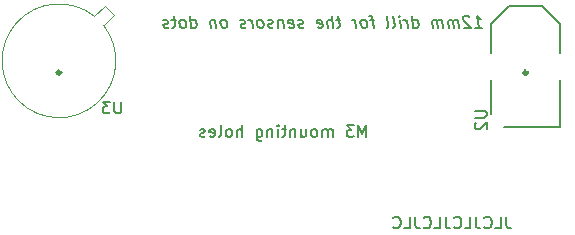
<source format=gbo>
%TF.GenerationSoftware,KiCad,Pcbnew,6.0.2+dfsg-1*%
%TF.CreationDate,2022-08-15T18:10:52-04:00*%
%TF.ProjectId,titan_wheel,74697461-6e5f-4776-9865-656c2e6b6963,1*%
%TF.SameCoordinates,Original*%
%TF.FileFunction,Legend,Bot*%
%TF.FilePolarity,Positive*%
%FSLAX46Y46*%
G04 Gerber Fmt 4.6, Leading zero omitted, Abs format (unit mm)*
G04 Created by KiCad (PCBNEW 6.0.2+dfsg-1) date 2022-08-15 18:10:52*
%MOMM*%
%LPD*%
G01*
G04 APERTURE LIST*
%ADD10C,0.325000*%
%ADD11C,0.150000*%
%ADD12C,0.127000*%
%ADD13C,0.120000*%
%ADD14C,2.000000*%
%ADD15C,1.440000*%
%ADD16R,1.700000X1.700000*%
%ADD17O,1.700000X1.700000*%
%ADD18C,3.200000*%
%ADD19C,2.500000*%
%ADD20C,1.000000*%
%ADD21C,1.500000*%
%ADD22O,1.600000X1.200000*%
%ADD23O,1.200000X1.200000*%
G04 APERTURE END LIST*
D10*
X164662500Y-45000000D02*
G75*
G03*
X164662500Y-45000000I-162500J0D01*
G01*
X125162500Y-45000000D02*
G75*
G03*
X125162500Y-45000000I-162500J0D01*
G01*
D11*
X160249434Y-41202380D02*
X160820863Y-41202380D01*
X160535148Y-41202380D02*
X160410148Y-40202380D01*
X160523244Y-40345238D01*
X160630386Y-40440476D01*
X160731577Y-40488095D01*
X159755386Y-40297619D02*
X159701815Y-40250000D01*
X159600625Y-40202380D01*
X159362529Y-40202380D01*
X159273244Y-40250000D01*
X159231577Y-40297619D01*
X159195863Y-40392857D01*
X159207767Y-40488095D01*
X159273244Y-40630952D01*
X159916101Y-41202380D01*
X159297053Y-41202380D01*
X158868482Y-41202380D02*
X158785148Y-40535714D01*
X158797053Y-40630952D02*
X158743482Y-40583333D01*
X158642291Y-40535714D01*
X158499434Y-40535714D01*
X158410148Y-40583333D01*
X158374434Y-40678571D01*
X158439910Y-41202380D01*
X158374434Y-40678571D02*
X158314910Y-40583333D01*
X158213720Y-40535714D01*
X158070863Y-40535714D01*
X157981577Y-40583333D01*
X157945863Y-40678571D01*
X158011339Y-41202380D01*
X157535148Y-41202380D02*
X157451815Y-40535714D01*
X157463720Y-40630952D02*
X157410148Y-40583333D01*
X157308958Y-40535714D01*
X157166101Y-40535714D01*
X157076815Y-40583333D01*
X157041101Y-40678571D01*
X157106577Y-41202380D01*
X157041101Y-40678571D02*
X156981577Y-40583333D01*
X156880386Y-40535714D01*
X156737529Y-40535714D01*
X156648244Y-40583333D01*
X156612529Y-40678571D01*
X156678005Y-41202380D01*
X155011339Y-41202380D02*
X154886339Y-40202380D01*
X155005386Y-41154761D02*
X155106577Y-41202380D01*
X155297053Y-41202380D01*
X155386339Y-41154761D01*
X155428005Y-41107142D01*
X155463720Y-41011904D01*
X155428005Y-40726190D01*
X155368482Y-40630952D01*
X155314910Y-40583333D01*
X155213720Y-40535714D01*
X155023244Y-40535714D01*
X154933958Y-40583333D01*
X154535148Y-41202380D02*
X154451815Y-40535714D01*
X154475625Y-40726190D02*
X154416101Y-40630952D01*
X154362529Y-40583333D01*
X154261339Y-40535714D01*
X154166101Y-40535714D01*
X153916101Y-41202380D02*
X153832767Y-40535714D01*
X153791101Y-40202380D02*
X153844672Y-40250000D01*
X153803005Y-40297619D01*
X153749434Y-40250000D01*
X153791101Y-40202380D01*
X153803005Y-40297619D01*
X153297053Y-41202380D02*
X153386339Y-41154761D01*
X153422053Y-41059523D01*
X153314910Y-40202380D01*
X152773244Y-41202380D02*
X152862529Y-41154761D01*
X152898244Y-41059523D01*
X152791101Y-40202380D01*
X151689910Y-40535714D02*
X151308958Y-40535714D01*
X151630386Y-41202380D02*
X151523244Y-40345238D01*
X151463720Y-40250000D01*
X151362529Y-40202380D01*
X151267291Y-40202380D01*
X150916101Y-41202380D02*
X151005386Y-41154761D01*
X151047053Y-41107142D01*
X151082767Y-41011904D01*
X151047053Y-40726190D01*
X150987529Y-40630952D01*
X150933958Y-40583333D01*
X150832767Y-40535714D01*
X150689910Y-40535714D01*
X150600625Y-40583333D01*
X150558958Y-40630952D01*
X150523244Y-40726190D01*
X150558958Y-41011904D01*
X150618482Y-41107142D01*
X150672053Y-41154761D01*
X150773244Y-41202380D01*
X150916101Y-41202380D01*
X150154196Y-41202380D02*
X150070863Y-40535714D01*
X150094672Y-40726190D02*
X150035148Y-40630952D01*
X149981577Y-40583333D01*
X149880386Y-40535714D01*
X149785148Y-40535714D01*
X148832767Y-40535714D02*
X148451815Y-40535714D01*
X148648244Y-40202380D02*
X148755386Y-41059523D01*
X148719672Y-41154761D01*
X148630386Y-41202380D01*
X148535148Y-41202380D01*
X148201815Y-41202380D02*
X148076815Y-40202380D01*
X147773244Y-41202380D02*
X147707767Y-40678571D01*
X147743482Y-40583333D01*
X147832767Y-40535714D01*
X147975625Y-40535714D01*
X148076815Y-40583333D01*
X148130386Y-40630952D01*
X146910148Y-41154761D02*
X147011339Y-41202380D01*
X147201815Y-41202380D01*
X147291101Y-41154761D01*
X147326815Y-41059523D01*
X147279196Y-40678571D01*
X147219672Y-40583333D01*
X147118482Y-40535714D01*
X146928005Y-40535714D01*
X146838720Y-40583333D01*
X146803005Y-40678571D01*
X146814910Y-40773809D01*
X147303005Y-40869047D01*
X145719672Y-41154761D02*
X145630386Y-41202380D01*
X145439910Y-41202380D01*
X145338720Y-41154761D01*
X145279196Y-41059523D01*
X145273244Y-41011904D01*
X145308958Y-40916666D01*
X145398244Y-40869047D01*
X145541101Y-40869047D01*
X145630386Y-40821428D01*
X145666101Y-40726190D01*
X145660148Y-40678571D01*
X145600625Y-40583333D01*
X145499434Y-40535714D01*
X145356577Y-40535714D01*
X145267291Y-40583333D01*
X144481577Y-41154761D02*
X144582767Y-41202380D01*
X144773244Y-41202380D01*
X144862529Y-41154761D01*
X144898244Y-41059523D01*
X144850625Y-40678571D01*
X144791101Y-40583333D01*
X144689910Y-40535714D01*
X144499434Y-40535714D01*
X144410148Y-40583333D01*
X144374434Y-40678571D01*
X144386339Y-40773809D01*
X144874434Y-40869047D01*
X143928005Y-40535714D02*
X144011339Y-41202380D01*
X143939910Y-40630952D02*
X143886339Y-40583333D01*
X143785148Y-40535714D01*
X143642291Y-40535714D01*
X143553005Y-40583333D01*
X143517291Y-40678571D01*
X143582767Y-41202380D01*
X143148244Y-41154761D02*
X143058958Y-41202380D01*
X142868482Y-41202380D01*
X142767291Y-41154761D01*
X142707767Y-41059523D01*
X142701815Y-41011904D01*
X142737529Y-40916666D01*
X142826815Y-40869047D01*
X142969672Y-40869047D01*
X143058958Y-40821428D01*
X143094672Y-40726190D01*
X143088720Y-40678571D01*
X143029196Y-40583333D01*
X142928005Y-40535714D01*
X142785148Y-40535714D01*
X142695863Y-40583333D01*
X142154196Y-41202380D02*
X142243482Y-41154761D01*
X142285148Y-41107142D01*
X142320863Y-41011904D01*
X142285148Y-40726190D01*
X142225625Y-40630952D01*
X142172053Y-40583333D01*
X142070863Y-40535714D01*
X141928005Y-40535714D01*
X141838720Y-40583333D01*
X141797053Y-40630952D01*
X141761339Y-40726190D01*
X141797053Y-41011904D01*
X141856577Y-41107142D01*
X141910148Y-41154761D01*
X142011339Y-41202380D01*
X142154196Y-41202380D01*
X141392291Y-41202380D02*
X141308958Y-40535714D01*
X141332767Y-40726190D02*
X141273244Y-40630952D01*
X141219672Y-40583333D01*
X141118482Y-40535714D01*
X141023244Y-40535714D01*
X140814910Y-41154761D02*
X140725625Y-41202380D01*
X140535148Y-41202380D01*
X140433958Y-41154761D01*
X140374434Y-41059523D01*
X140368482Y-41011904D01*
X140404196Y-40916666D01*
X140493482Y-40869047D01*
X140636339Y-40869047D01*
X140725625Y-40821428D01*
X140761339Y-40726190D01*
X140755386Y-40678571D01*
X140695863Y-40583333D01*
X140594672Y-40535714D01*
X140451815Y-40535714D01*
X140362529Y-40583333D01*
X139058958Y-41202380D02*
X139148244Y-41154761D01*
X139189910Y-41107142D01*
X139225625Y-41011904D01*
X139189910Y-40726190D01*
X139130386Y-40630952D01*
X139076815Y-40583333D01*
X138975625Y-40535714D01*
X138832767Y-40535714D01*
X138743482Y-40583333D01*
X138701815Y-40630952D01*
X138666101Y-40726190D01*
X138701815Y-41011904D01*
X138761339Y-41107142D01*
X138814910Y-41154761D01*
X138916101Y-41202380D01*
X139058958Y-41202380D01*
X138213720Y-40535714D02*
X138297053Y-41202380D01*
X138225625Y-40630952D02*
X138172053Y-40583333D01*
X138070863Y-40535714D01*
X137928005Y-40535714D01*
X137838720Y-40583333D01*
X137803005Y-40678571D01*
X137868482Y-41202380D01*
X136201815Y-41202380D02*
X136076815Y-40202380D01*
X136195863Y-41154761D02*
X136297053Y-41202380D01*
X136487529Y-41202380D01*
X136576815Y-41154761D01*
X136618482Y-41107142D01*
X136654196Y-41011904D01*
X136618482Y-40726190D01*
X136558958Y-40630952D01*
X136505386Y-40583333D01*
X136404196Y-40535714D01*
X136213720Y-40535714D01*
X136124434Y-40583333D01*
X135582767Y-41202380D02*
X135672053Y-41154761D01*
X135713720Y-41107142D01*
X135749434Y-41011904D01*
X135713720Y-40726190D01*
X135654196Y-40630952D01*
X135600625Y-40583333D01*
X135499434Y-40535714D01*
X135356577Y-40535714D01*
X135267291Y-40583333D01*
X135225625Y-40630952D01*
X135189910Y-40726190D01*
X135225625Y-41011904D01*
X135285148Y-41107142D01*
X135338720Y-41154761D01*
X135439910Y-41202380D01*
X135582767Y-41202380D01*
X134880386Y-40535714D02*
X134499434Y-40535714D01*
X134695863Y-40202380D02*
X134803005Y-41059523D01*
X134767291Y-41154761D01*
X134678005Y-41202380D01*
X134582767Y-41202380D01*
X134291101Y-41154761D02*
X134201815Y-41202380D01*
X134011339Y-41202380D01*
X133910148Y-41154761D01*
X133850625Y-41059523D01*
X133844672Y-41011904D01*
X133880386Y-40916666D01*
X133969672Y-40869047D01*
X134112529Y-40869047D01*
X134201815Y-40821428D01*
X134237529Y-40726190D01*
X134231577Y-40678571D01*
X134172053Y-40583333D01*
X134070863Y-40535714D01*
X133928005Y-40535714D01*
X133838720Y-40583333D01*
X162869047Y-57202380D02*
X162869047Y-57916666D01*
X162916666Y-58059523D01*
X163011904Y-58154761D01*
X163154761Y-58202380D01*
X163250000Y-58202380D01*
X161916666Y-58202380D02*
X162392857Y-58202380D01*
X162392857Y-57202380D01*
X161011904Y-58107142D02*
X161059523Y-58154761D01*
X161202380Y-58202380D01*
X161297619Y-58202380D01*
X161440476Y-58154761D01*
X161535714Y-58059523D01*
X161583333Y-57964285D01*
X161630952Y-57773809D01*
X161630952Y-57630952D01*
X161583333Y-57440476D01*
X161535714Y-57345238D01*
X161440476Y-57250000D01*
X161297619Y-57202380D01*
X161202380Y-57202380D01*
X161059523Y-57250000D01*
X161011904Y-57297619D01*
X160297619Y-57202380D02*
X160297619Y-57916666D01*
X160345238Y-58059523D01*
X160440476Y-58154761D01*
X160583333Y-58202380D01*
X160678571Y-58202380D01*
X159345238Y-58202380D02*
X159821428Y-58202380D01*
X159821428Y-57202380D01*
X158440476Y-58107142D02*
X158488095Y-58154761D01*
X158630952Y-58202380D01*
X158726190Y-58202380D01*
X158869047Y-58154761D01*
X158964285Y-58059523D01*
X159011904Y-57964285D01*
X159059523Y-57773809D01*
X159059523Y-57630952D01*
X159011904Y-57440476D01*
X158964285Y-57345238D01*
X158869047Y-57250000D01*
X158726190Y-57202380D01*
X158630952Y-57202380D01*
X158488095Y-57250000D01*
X158440476Y-57297619D01*
X157726190Y-57202380D02*
X157726190Y-57916666D01*
X157773809Y-58059523D01*
X157869047Y-58154761D01*
X158011904Y-58202380D01*
X158107142Y-58202380D01*
X156773809Y-58202380D02*
X157250000Y-58202380D01*
X157250000Y-57202380D01*
X155869047Y-58107142D02*
X155916666Y-58154761D01*
X156059523Y-58202380D01*
X156154761Y-58202380D01*
X156297619Y-58154761D01*
X156392857Y-58059523D01*
X156440476Y-57964285D01*
X156488095Y-57773809D01*
X156488095Y-57630952D01*
X156440476Y-57440476D01*
X156392857Y-57345238D01*
X156297619Y-57250000D01*
X156154761Y-57202380D01*
X156059523Y-57202380D01*
X155916666Y-57250000D01*
X155869047Y-57297619D01*
X155154761Y-57202380D02*
X155154761Y-57916666D01*
X155202380Y-58059523D01*
X155297619Y-58154761D01*
X155440476Y-58202380D01*
X155535714Y-58202380D01*
X154202380Y-58202380D02*
X154678571Y-58202380D01*
X154678571Y-57202380D01*
X153297619Y-58107142D02*
X153345238Y-58154761D01*
X153488095Y-58202380D01*
X153583333Y-58202380D01*
X153726190Y-58154761D01*
X153821428Y-58059523D01*
X153869047Y-57964285D01*
X153916666Y-57773809D01*
X153916666Y-57630952D01*
X153869047Y-57440476D01*
X153821428Y-57345238D01*
X153726190Y-57250000D01*
X153583333Y-57202380D01*
X153488095Y-57202380D01*
X153345238Y-57250000D01*
X153297619Y-57297619D01*
X151023809Y-50452380D02*
X151023809Y-49452380D01*
X150690476Y-50166666D01*
X150357142Y-49452380D01*
X150357142Y-50452380D01*
X149976190Y-49452380D02*
X149357142Y-49452380D01*
X149690476Y-49833333D01*
X149547619Y-49833333D01*
X149452380Y-49880952D01*
X149404761Y-49928571D01*
X149357142Y-50023809D01*
X149357142Y-50261904D01*
X149404761Y-50357142D01*
X149452380Y-50404761D01*
X149547619Y-50452380D01*
X149833333Y-50452380D01*
X149928571Y-50404761D01*
X149976190Y-50357142D01*
X148166666Y-50452380D02*
X148166666Y-49785714D01*
X148166666Y-49880952D02*
X148119047Y-49833333D01*
X148023809Y-49785714D01*
X147880952Y-49785714D01*
X147785714Y-49833333D01*
X147738095Y-49928571D01*
X147738095Y-50452380D01*
X147738095Y-49928571D02*
X147690476Y-49833333D01*
X147595238Y-49785714D01*
X147452380Y-49785714D01*
X147357142Y-49833333D01*
X147309523Y-49928571D01*
X147309523Y-50452380D01*
X146690476Y-50452380D02*
X146785714Y-50404761D01*
X146833333Y-50357142D01*
X146880952Y-50261904D01*
X146880952Y-49976190D01*
X146833333Y-49880952D01*
X146785714Y-49833333D01*
X146690476Y-49785714D01*
X146547619Y-49785714D01*
X146452380Y-49833333D01*
X146404761Y-49880952D01*
X146357142Y-49976190D01*
X146357142Y-50261904D01*
X146404761Y-50357142D01*
X146452380Y-50404761D01*
X146547619Y-50452380D01*
X146690476Y-50452380D01*
X145500000Y-49785714D02*
X145500000Y-50452380D01*
X145928571Y-49785714D02*
X145928571Y-50309523D01*
X145880952Y-50404761D01*
X145785714Y-50452380D01*
X145642857Y-50452380D01*
X145547619Y-50404761D01*
X145500000Y-50357142D01*
X145023809Y-49785714D02*
X145023809Y-50452380D01*
X145023809Y-49880952D02*
X144976190Y-49833333D01*
X144880952Y-49785714D01*
X144738095Y-49785714D01*
X144642857Y-49833333D01*
X144595238Y-49928571D01*
X144595238Y-50452380D01*
X144261904Y-49785714D02*
X143880952Y-49785714D01*
X144119047Y-49452380D02*
X144119047Y-50309523D01*
X144071428Y-50404761D01*
X143976190Y-50452380D01*
X143880952Y-50452380D01*
X143547619Y-50452380D02*
X143547619Y-49785714D01*
X143547619Y-49452380D02*
X143595238Y-49500000D01*
X143547619Y-49547619D01*
X143500000Y-49500000D01*
X143547619Y-49452380D01*
X143547619Y-49547619D01*
X143071428Y-49785714D02*
X143071428Y-50452380D01*
X143071428Y-49880952D02*
X143023809Y-49833333D01*
X142928571Y-49785714D01*
X142785714Y-49785714D01*
X142690476Y-49833333D01*
X142642857Y-49928571D01*
X142642857Y-50452380D01*
X141738095Y-49785714D02*
X141738095Y-50595238D01*
X141785714Y-50690476D01*
X141833333Y-50738095D01*
X141928571Y-50785714D01*
X142071428Y-50785714D01*
X142166666Y-50738095D01*
X141738095Y-50404761D02*
X141833333Y-50452380D01*
X142023809Y-50452380D01*
X142119047Y-50404761D01*
X142166666Y-50357142D01*
X142214285Y-50261904D01*
X142214285Y-49976190D01*
X142166666Y-49880952D01*
X142119047Y-49833333D01*
X142023809Y-49785714D01*
X141833333Y-49785714D01*
X141738095Y-49833333D01*
X140500000Y-50452380D02*
X140500000Y-49452380D01*
X140071428Y-50452380D02*
X140071428Y-49928571D01*
X140119047Y-49833333D01*
X140214285Y-49785714D01*
X140357142Y-49785714D01*
X140452380Y-49833333D01*
X140500000Y-49880952D01*
X139452380Y-50452380D02*
X139547619Y-50404761D01*
X139595238Y-50357142D01*
X139642857Y-50261904D01*
X139642857Y-49976190D01*
X139595238Y-49880952D01*
X139547619Y-49833333D01*
X139452380Y-49785714D01*
X139309523Y-49785714D01*
X139214285Y-49833333D01*
X139166666Y-49880952D01*
X139119047Y-49976190D01*
X139119047Y-50261904D01*
X139166666Y-50357142D01*
X139214285Y-50404761D01*
X139309523Y-50452380D01*
X139452380Y-50452380D01*
X138547619Y-50452380D02*
X138642857Y-50404761D01*
X138690476Y-50309523D01*
X138690476Y-49452380D01*
X137785714Y-50404761D02*
X137880952Y-50452380D01*
X138071428Y-50452380D01*
X138166666Y-50404761D01*
X138214285Y-50309523D01*
X138214285Y-49928571D01*
X138166666Y-49833333D01*
X138071428Y-49785714D01*
X137880952Y-49785714D01*
X137785714Y-49833333D01*
X137738095Y-49928571D01*
X137738095Y-50023809D01*
X138214285Y-50119047D01*
X137357142Y-50404761D02*
X137261904Y-50452380D01*
X137071428Y-50452380D01*
X136976190Y-50404761D01*
X136928571Y-50309523D01*
X136928571Y-50261904D01*
X136976190Y-50166666D01*
X137071428Y-50119047D01*
X137214285Y-50119047D01*
X137309523Y-50071428D01*
X137357142Y-49976190D01*
X137357142Y-49928571D01*
X137309523Y-49833333D01*
X137214285Y-49785714D01*
X137071428Y-49785714D01*
X136976190Y-49833333D01*
X160200121Y-48234951D02*
X161012985Y-48234951D01*
X161108616Y-48282767D01*
X161156431Y-48330582D01*
X161204247Y-48426213D01*
X161204247Y-48617475D01*
X161156431Y-48713106D01*
X161108616Y-48760922D01*
X161012985Y-48808737D01*
X160200121Y-48808737D01*
X160295752Y-49239077D02*
X160247937Y-49286893D01*
X160200121Y-49382524D01*
X160200121Y-49621601D01*
X160247937Y-49717232D01*
X160295752Y-49765048D01*
X160391383Y-49812863D01*
X160487014Y-49812863D01*
X160630461Y-49765048D01*
X161204247Y-49191262D01*
X161204247Y-49812863D01*
X130261904Y-47452380D02*
X130261904Y-48261904D01*
X130214285Y-48357142D01*
X130166666Y-48404761D01*
X130071428Y-48452380D01*
X129880952Y-48452380D01*
X129785714Y-48404761D01*
X129738095Y-48357142D01*
X129690476Y-48261904D01*
X129690476Y-47452380D01*
X129309523Y-47452380D02*
X128690476Y-47452380D01*
X129023809Y-47833333D01*
X128880952Y-47833333D01*
X128785714Y-47880952D01*
X128738095Y-47928571D01*
X128690476Y-48023809D01*
X128690476Y-48261904D01*
X128738095Y-48357142D01*
X128785714Y-48404761D01*
X128880952Y-48452380D01*
X129166666Y-48452380D01*
X129261904Y-48404761D01*
X129309523Y-48357142D01*
D12*
X161550000Y-40900000D02*
X163100000Y-39350000D01*
X167450000Y-40900000D02*
X167450000Y-43330000D01*
X161550000Y-48500000D02*
X161550000Y-45670000D01*
X162700000Y-49650000D02*
X167450000Y-49650000D01*
X163100000Y-39350000D02*
X165900000Y-39350000D01*
X167450000Y-49650000D02*
X167450000Y-45670000D01*
X167450000Y-40900000D02*
X165900000Y-39350000D01*
X161550000Y-43330000D02*
X161550000Y-40900000D01*
D13*
X128888039Y-39334144D02*
X129665856Y-40111961D01*
X129665856Y-40111961D02*
X128774902Y-41002916D01*
X127997084Y-40225098D02*
X128888039Y-39334144D01*
X127997084Y-40225098D02*
G75*
G03*
X128774674Y-41002629I-2997084J-3774902D01*
G01*
%LPC*%
D14*
X157770000Y-43000000D03*
X155230000Y-43000000D03*
D15*
X150275000Y-54675000D03*
X147735000Y-52135000D03*
X145195000Y-54675000D03*
D16*
X122425000Y-56500000D03*
D17*
X124965000Y-56500000D03*
X127505000Y-56500000D03*
X130045000Y-56500000D03*
X132585000Y-56500000D03*
D18*
X154500000Y-49000000D03*
D14*
X132000000Y-41730000D03*
X132000000Y-44270000D03*
D15*
X142525000Y-54675000D03*
X139985000Y-52135000D03*
X137445000Y-54675000D03*
D14*
X135980000Y-43000000D03*
X138520000Y-43000000D03*
D18*
X133500000Y-49000000D03*
D14*
X152020000Y-43000000D03*
X149480000Y-43000000D03*
D16*
X122425000Y-52500000D03*
D17*
X124965000Y-52500000D03*
X127505000Y-52500000D03*
X130045000Y-52500000D03*
D19*
X166400000Y-44500000D03*
D20*
X162050000Y-49150000D03*
D19*
X162600000Y-44500000D03*
D21*
X165770000Y-41750000D03*
X163230000Y-41750000D03*
X165770000Y-47250000D03*
X163230000Y-47250000D03*
D22*
X127540000Y-44000000D03*
D23*
X125000000Y-46540000D03*
X122460000Y-44000000D03*
X125000000Y-41460000D03*
M02*

</source>
